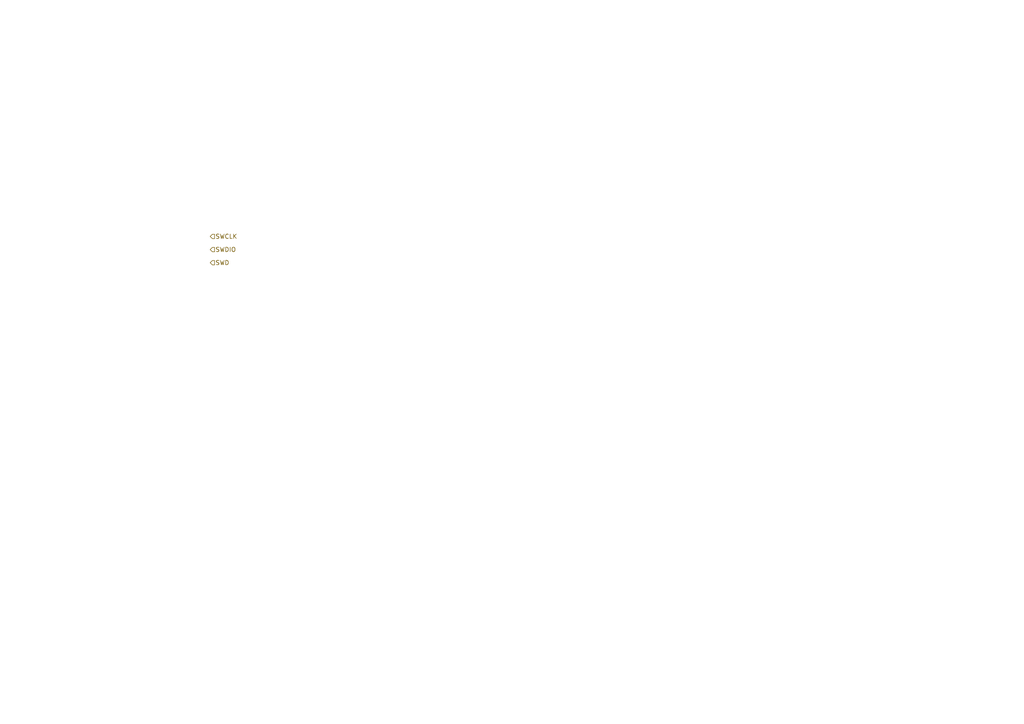
<source format=kicad_sch>
(kicad_sch (version 20230121) (generator eeschema)
  (paper "A4")
  (lib_symbols)
  (hierarchical_label "SWD" (shape input) (at 60.96 76.2 0))
  (hierarchical_label "SWCLK" (shape input) (at 60.96 68.58 0))
  (hierarchical_label "SWDIO" (shape input) (at 60.96 72.39 0))
)
</source>
